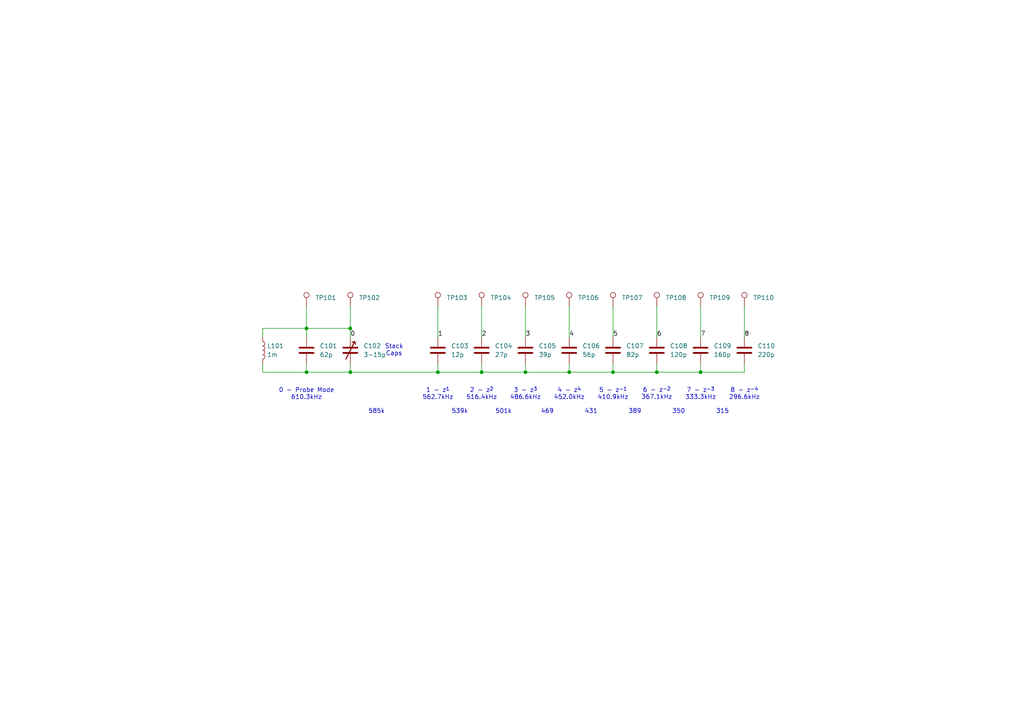
<source format=kicad_sch>
(kicad_sch (version 20250114) (generator "eeschema") (generator_version "9.0")
  (paper "A4")
  (lib_symbols
    (symbol "Connector:TestPoint" (pin_numbers (hide yes)) (pin_names (offset 0.762) (hide yes))
      (property "Reference" "TP" (at 0 6.858 0))
      (property "Value" "TestPoint" (at 0 5.08 0))
      (symbol "TestPoint_0_1"
        (circle (center 0 3.302) (radius 0.762))
      )
      (symbol "TestPoint_1_1"
        (pin passive line (at 0 0 90) (length 2.54) (name "1") (number "1"))
      )
    )
    (symbol "Device:C" (pin_numbers (hide yes)) (pin_names (offset 0.254))
      (property "Reference" "C" (at 0.635 2.54 0))
      (property "Value" "C" (at 0.635 -2.54 0))
      (symbol "C_0_1"
        (polyline (pts (xy -2.032 0.762) (xy 2.032 0.762)) (stroke (width 0.508)))
        (polyline (pts (xy -2.032 -0.762) (xy 2.032 -0.762)) (stroke (width 0.508)))
      )
      (symbol "C_1_1"
        (pin passive line (at 0 3.81 270) (length 2.794) (name "~") (number "1"))
        (pin passive line (at 0 -3.81 90) (length 2.794) (name "~") (number "2"))
      )
    )
    (symbol "Device:C_Variable" (pin_numbers (hide yes)) (pin_names (offset 0.254) (hide yes))
      (property "Reference" "C" (at 0.635 -1.905 0))
      (property "Value" "C_Variable" (at 0.635 -3.81 0))
      (symbol "C_Variable_0_1"
        (polyline (pts (xy -2.032 0.762) (xy 2.032 0.762)) (stroke (width 0.508)))
        (polyline (pts (xy -2.032 -0.762) (xy 2.032 -0.762)) (stroke (width 0.508)))
        (polyline (pts (xy 1.27 2.54) (xy -1.27 -2.54)) (stroke (width 0.3048)))
        (polyline (pts (xy 1.27 2.54) (xy 0.508 2.286)) (stroke (width 0.3048)))
        (polyline (pts (xy 1.27 2.54) (xy 1.524 1.778)) (stroke (width 0.3048)))
      )
      (symbol "C_Variable_1_1"
        (pin passive line (at 0 3.81 270) (length 3.048) (name "~") (number "1"))
        (pin passive line (at 0 -3.81 90) (length 3.048) (name "~") (number "2"))
      )
    )
    (symbol "Device:L" (pin_numbers (hide yes)) (pin_names (offset 1.016) (hide yes))
      (property "Reference" "L" (at -1.27 0 90))
      (property "Value" "L" (at 1.905 0 90))
      (symbol "L_0_1"
        (arc (start 0 2.54) (mid 0.6323 1.905) (end 0 1.27))
        (arc (start 0 1.27) (mid 0.6323 0.635) (end 0 0))
        (arc (start 0 0) (mid 0.6323 -0.635) (end 0 -1.27))
        (arc (start 0 -1.27) (mid 0.6323 -1.905) (end 0 -2.54))
      )
      (symbol "L_1_1"
        (pin passive line (at 0 3.81 270) (length 1.27) (name "1") (number "1"))
        (pin passive line (at 0 -3.81 90) (length 1.27) (name "2") (number "2"))
      )
    )
  )
  (text "8 - z^{-4}\n296.6kHz" (at 215.9 114.3 0) (effects (font (size 1.27 1.27))))
  (text "0 - Probe Mode\n610.3kHz" (at 88.9 114.3 0) (effects (font (size 1.27 1.27))))
  (text "469" (at 158.75 119.38 0) (effects (font (size 1.27 1.27))))
  (text "Stack\nCaps" (at 114.3 101.6 0) (effects (font (size 1.27 1.27))))
  (text "3 - z^{3}\n486.6kHz" (at 152.4 114.3 0) (effects (font (size 1.27 1.27))))
  (text "389" (at 184.15 119.38 0) (effects (font (size 1.27 1.27))))
  (text "2 - z^{2}\n516.4kHz" (at 139.7 114.3 0) (effects (font (size 1.27 1.27))))
  (text "1 - z^{1}\n562.7kHz" (at 127 114.3 0) (effects (font (size 1.27 1.27))))
  (text "4 - z^{4}\n452.0kHz" (at 165.1 114.3 0) (effects (font (size 1.27 1.27))))
  (text "431" (at 171.45 119.38 0) (effects (font (size 1.27 1.27))))
  (text "5 - z^{-1}\n410.9kHz" (at 177.8 114.3 0) (effects (font (size 1.27 1.27))))
  (text "7 - z^{-3}\n333.3kHz" (at 203.2 114.3 0) (effects (font (size 1.27 1.27))))
  (text "350" (at 196.85 119.38 0) (effects (font (size 1.27 1.27))))
  (text "315" (at 209.55 119.38 0) (effects (font (size 1.27 1.27))))
  (text "501k" (at 146.05 119.38 0) (effects (font (size 1.27 1.27))))
  (text "6 - z^{-2}\n367.1kHz" (at 190.4834 114.2629 0) (effects (font (size 1.27 1.27))))
  (text "539k" (at 133.35 119.38 0) (effects (font (size 1.27 1.27))))
  (text "585k" (at 109.22 119.38 0) (effects (font (size 1.27 1.27))))
  (junction (at 165.1 107.95))
  (junction (at 127 107.95))
  (junction (at 152.4 107.95))
  (junction (at 139.7 107.95))
  (junction (at 88.9 95.25))
  (junction (at 101.6 107.95))
  (junction (at 203.2 107.95))
  (junction (at 190.5 107.95))
  (junction (at 101.6 95.25))
  (junction (at 177.8 107.95))
  (junction (at 88.9 107.95))
  (wire (pts (xy 203.2 105.41) (xy 203.2 107.95)))
  (wire (pts (xy 165.1 107.95) (xy 177.8 107.95)))
  (wire (pts (xy 76.2 107.95) (xy 76.2 105.41)))
  (wire (pts (xy 76.2 95.25) (xy 88.9 95.25)))
  (wire (pts (xy 177.8 88.9) (xy 177.8 97.79)))
  (wire (pts (xy 88.9 107.95) (xy 76.2 107.95)))
  (wire (pts (xy 88.9 95.25) (xy 88.9 97.79)))
  (wire (pts (xy 165.1 107.95) (xy 165.1 105.41)))
  (wire (pts (xy 215.9 107.95) (xy 215.9 105.41)))
  (wire (pts (xy 215.9 88.9) (xy 215.9 97.79)))
  (wire (pts (xy 101.6 107.95) (xy 88.9 107.95)))
  (wire (pts (xy 139.7 107.95) (xy 152.4 107.95)))
  (wire (pts (xy 152.4 107.95) (xy 165.1 107.95)))
  (wire (pts (xy 152.4 88.9) (xy 152.4 97.79)))
  (wire (pts (xy 190.5 107.95) (xy 203.2 107.95)))
  (wire (pts (xy 165.1 88.9) (xy 165.1 97.79)))
  (wire (pts (xy 127 107.95) (xy 139.7 107.95)))
  (wire (pts (xy 139.7 88.9) (xy 139.7 97.79)))
  (wire (pts (xy 101.6 95.25) (xy 101.6 97.79)))
  (wire (pts (xy 190.5 88.9) (xy 190.5 97.79)))
  (wire (pts (xy 177.8 105.41) (xy 177.8 107.95)))
  (wire (pts (xy 203.2 107.95) (xy 215.9 107.95)))
  (wire (pts (xy 88.9 105.41) (xy 88.9 107.95)))
  (wire (pts (xy 101.6 107.95) (xy 127 107.95)))
  (wire (pts (xy 190.5 107.95) (xy 190.5 105.41)))
  (wire (pts (xy 177.8 107.95) (xy 190.5 107.95)))
  (wire (pts (xy 101.6 105.41) (xy 101.6 107.95)))
  (wire (pts (xy 127 88.9) (xy 127 97.79)))
  (wire (pts (xy 152.4 105.41) (xy 152.4 107.95)))
  (wire (pts (xy 127 105.41) (xy 127 107.95)))
  (wire (pts (xy 76.2 97.79) (xy 76.2 95.25)))
  (wire (pts (xy 139.7 107.95) (xy 139.7 105.41)))
  (wire (pts (xy 88.9 95.25) (xy 101.6 95.25)))
  (wire (pts (xy 101.6 88.9) (xy 101.6 95.25)))
  (wire (pts (xy 203.2 88.9) (xy 203.2 97.79)))
  (wire (pts (xy 88.9 88.9) (xy 88.9 95.25)))
  (label "2" (at 139.7 97.79 0))
  (label "5" (at 177.8 97.79 0))
  (label "0" (at 101.6 97.79 0))
  (label "3" (at 152.4 97.79 0))
  (label "4" (at 165.1 97.79 0))
  (label "1" (at 127 97.79 0))
  (label "7" (at 203.2 97.79 0))
  (label "6" (at 190.5 97.79 0))
  (label "8" (at 215.9 97.79 0))
  (symbol (lib_id "Device:L") (at 76.2 101.6 0) (unit 1)
    (property "Reference" "L101" (at 77.47 100.3299 0) (effects (justify left)))
    (property "Value" "1m" (at 77.47 102.8699 0) (effects (justify left)))
    (property "Footprint" "pad:L" (effects (hide yes)))
    (property "Description" "Inductor" (effects (hide yes)))
  )
  (symbol (lib_id "Device:C") (at 165.1 101.6 0) (unit 1)
    (property "Reference" "C106" (at 168.91 100.3299 0) (effects (justify left)))
    (property "Value" "56p" (at 168.91 102.8699 0) (effects (justify left)))
    (property "Footprint" "Capacitor_SMD:C_0603_1608Metric" (effects (hide yes)))
    (property "Description" "Unpolarized capacitor" (effects (hide yes)))
  )
  (symbol (lib_id "Device:C") (at 88.9 101.6 0) (unit 1)
    (property "Reference" "C101" (at 92.71 100.3299 0) (effects (justify left)))
    (property "Value" "62p" (at 92.71 102.8699 0) (effects (justify left)))
    (property "Footprint" "Capacitor_SMD:C_0603_1608Metric" (effects (hide yes)))
    (property "Description" "Unpolarized capacitor" (effects (hide yes)))
  )
  (symbol (lib_id "Connector:TestPoint") (at 139.7 88.9 0) (unit 1)
    (property "Reference" "TP104" (at 142.24 86.36 0) (effects (justify left)))
    (property "Value" "TestPoint" (effects (hide yes)))
    (property "Footprint" "pad:7mm 20" (effects (hide yes)))
    (property "Description" "test point" (effects (hide yes)))
  )
  (symbol (lib_id "Device:C") (at 177.8 101.6 0) (unit 1)
    (property "Reference" "C107" (at 181.61 100.3299 0) (effects (justify left)))
    (property "Value" "82p" (at 181.61 102.8699 0) (effects (justify left)))
    (property "Footprint" "Capacitor_SMD:C_0603_1608Metric" (effects (hide yes)))
    (property "Description" "Unpolarized capacitor" (effects (hide yes)))
  )
  (symbol (lib_id "Device:C") (at 215.9 101.6 0) (unit 1)
    (property "Reference" "C110" (at 219.71 100.3299 0) (effects (justify left)))
    (property "Value" "220p" (at 219.71 102.8699 0) (effects (justify left)))
    (property "Footprint" "Capacitor_SMD:C_0603_1608Metric" (effects (hide yes)))
    (property "Description" "Unpolarized capacitor" (effects (hide yes)))
  )
  (symbol (lib_id "Connector:TestPoint") (at 177.8 88.9 0) (unit 1)
    (property "Reference" "TP107" (at 180.34 86.36 0) (effects (justify left)))
    (property "Value" "TestPoint" (effects (hide yes)))
    (property "Footprint" "pad:7mm 20" (effects (hide yes)))
    (property "Description" "test point" (effects (hide yes)))
  )
  (symbol (lib_id "Connector:TestPoint") (at 165.1 88.9 0) (unit 1)
    (property "Reference" "TP106" (at 167.64 86.36 0) (effects (justify left)))
    (property "Value" "TestPoint" (effects (hide yes)))
    (property "Footprint" "pad:7mm 20" (effects (hide yes)))
    (property "Description" "test point" (effects (hide yes)))
  )
  (symbol (lib_id "Device:C") (at 139.7 101.6 0) (unit 1)
    (property "Reference" "C104" (at 143.51 100.3299 0) (effects (justify left)))
    (property "Value" "27p" (at 143.51 102.8699 0) (effects (justify left)))
    (property "Footprint" "Capacitor_SMD:C_0603_1608Metric" (effects (hide yes)))
    (property "Description" "Unpolarized capacitor" (effects (hide yes)))
  )
  (symbol (lib_id "Device:C") (at 127 101.6 0) (unit 1)
    (property "Reference" "C103" (at 130.81 100.3299 0) (effects (justify left)))
    (property "Value" "12p" (at 130.81 102.8699 0) (effects (justify left)))
    (property "Footprint" "Capacitor_SMD:C_0603_1608Metric" (effects (hide yes)))
    (property "Description" "Unpolarized capacitor" (effects (hide yes)))
  )
  (symbol (lib_id "Device:C") (at 190.5 101.6 0) (unit 1)
    (property "Reference" "C108" (at 194.31 100.3299 0) (effects (justify left)))
    (property "Value" "120p" (at 194.31 102.8699 0) (effects (justify left)))
    (property "Footprint" "Capacitor_SMD:C_0603_1608Metric" (effects (hide yes)))
    (property "Description" "Unpolarized capacitor" (effects (hide yes)))
  )
  (symbol (lib_id "Device:C") (at 152.4 101.6 0) (unit 1)
    (property "Reference" "C105" (at 156.21 100.3299 0) (effects (justify left)))
    (property "Value" "39p" (at 156.21 102.8699 0) (effects (justify left)))
    (property "Footprint" "Capacitor_SMD:C_0603_1608Metric" (effects (hide yes)))
    (property "Description" "Unpolarized capacitor" (effects (hide yes)))
  )
  (symbol (lib_id "Connector:TestPoint") (at 127 88.9 0) (unit 1)
    (property "Reference" "TP103" (at 129.54 86.36 0) (effects (justify left)))
    (property "Value" "TestPoint" (effects (hide yes)))
    (property "Footprint" "pad:7mm 20" (effects (hide yes)))
    (property "Description" "test point" (effects (hide yes)))
  )
  (symbol (lib_id "Connector:TestPoint") (at 88.9 88.9 0) (unit 1)
    (property "Reference" "TP101" (at 91.44 86.36 0) (effects (justify left)))
    (property "Value" "TestPoint" (effects (hide yes)))
    (property "Footprint" "pad:5mm 112.5" (effects (hide yes)))
    (property "Description" "test point" (effects (hide yes)))
  )
  (symbol (lib_id "Device:C_Variable") (at 101.6 101.6 0) (unit 1) (on_board no)
    (property "Reference" "C102" (at 105.41 100.3299 0) (effects (justify left)))
    (property "Value" "3-15p" (at 105.41 102.8699 0) (effects (justify left)))
    (property "Description" "Variable capacitor" (effects (hide yes)))
  )
  (symbol (lib_id "Connector:TestPoint") (at 152.4 88.9 0) (unit 1)
    (property "Reference" "TP105" (at 154.94 86.36 0) (effects (justify left)))
    (property "Value" "TestPoint" (effects (hide yes)))
    (property "Footprint" "pad:7mm 20" (effects (hide yes)))
    (property "Description" "test point" (effects (hide yes)))
  )
  (symbol (lib_id "Connector:TestPoint") (at 215.9 88.9 0) (unit 1)
    (property "Reference" "TP110" (at 218.44 86.36 0) (effects (justify left)))
    (property "Value" "TestPoint" (effects (hide yes)))
    (property "Footprint" "pad:7mm 20" (effects (hide yes)))
    (property "Description" "test point" (effects (hide yes)))
  )
  (symbol (lib_id "Device:C") (at 203.2 101.6 0) (unit 1)
    (property "Reference" "C109" (at 207.01 100.3299 0) (effects (justify left)))
    (property "Value" "160p" (at 207.01 102.8699 0) (effects (justify left)))
    (property "Footprint" "Capacitor_SMD:C_0603_1608Metric" (effects (hide yes)))
    (property "Description" "Unpolarized capacitor" (effects (hide yes)))
  )
  (symbol (lib_id "Connector:TestPoint") (at 203.2 88.9 0) (unit 1)
    (property "Reference" "TP109" (at 205.74 86.36 0) (effects (justify left)))
    (property "Value" "TestPoint" (effects (hide yes)))
    (property "Footprint" "pad:7mm 20" (effects (hide yes)))
    (property "Description" "test point" (effects (hide yes)))
  )
  (symbol (lib_id "Connector:TestPoint") (at 190.5 88.9 0) (unit 1)
    (property "Reference" "TP108" (at 193.04 86.36 0) (effects (justify left)))
    (property "Value" "TestPoint" (effects (hide yes)))
    (property "Footprint" "pad:7mm 20" (effects (hide yes)))
    (property "Description" "test point" (effects (hide yes)))
  )
  (symbol (lib_id "Connector:TestPoint") (at 101.6 88.9 0) (unit 1)
    (property "Reference" "TP102" (at 104.14 86.36 0) (effects (justify left)))
    (property "Value" "TestPoint" (effects (hide yes)))
    (property "Footprint" "pad:5mm 112.5" (effects (hide yes)))
    (property "Description" "test point" (effects (hide yes)))
  )
)
</source>
